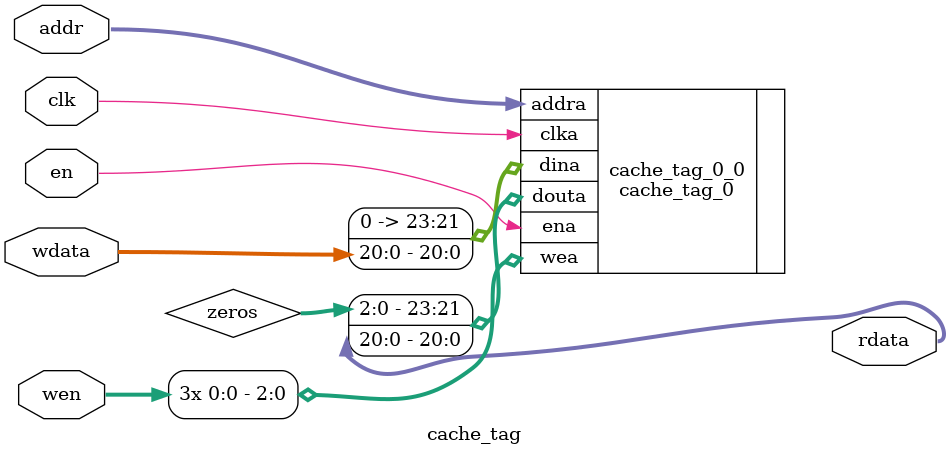
<source format=v>
`timescale 1ns / 1ps


module cache_tag(
    input   wire        clk,
    input   wire        en,
    input   wire        wen,
    input   wire[6:0]   addr,
    input   wire[20:0]  wdata, // bit 20 is valid field, bit 19-0 is tag field
    output  wire[20:0]  rdata  // bit 20 is valid field, bit 19-0 is tag field
    );
    
    wire[2:0] zeros;
    
    cache_tag_0 cache_tag_0_0 (
      .clka(clk),               // input wire clka
      .ena(en),                 // input wire ena
      .wea({3{wen}}),           // input wire [2 : 0] wea
      .addra(addr),             // input wire [6 : 0] addra
      .dina({3'b000, wdata}),   // input wire [23 : 0] dina
      .douta({zeros, rdata})    // output wire [23 : 0] douta
    );
    
endmodule

</source>
